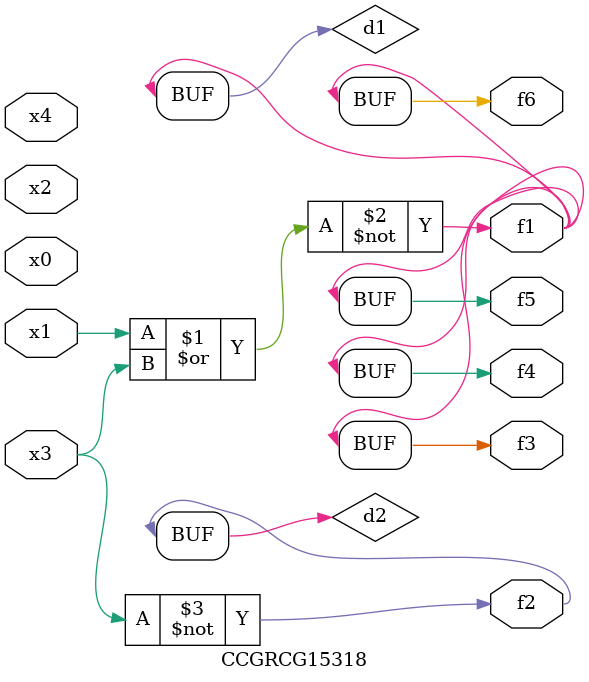
<source format=v>
module CCGRCG15318(
	input x0, x1, x2, x3, x4,
	output f1, f2, f3, f4, f5, f6
);

	wire d1, d2;

	nor (d1, x1, x3);
	not (d2, x3);
	assign f1 = d1;
	assign f2 = d2;
	assign f3 = d1;
	assign f4 = d1;
	assign f5 = d1;
	assign f6 = d1;
endmodule

</source>
